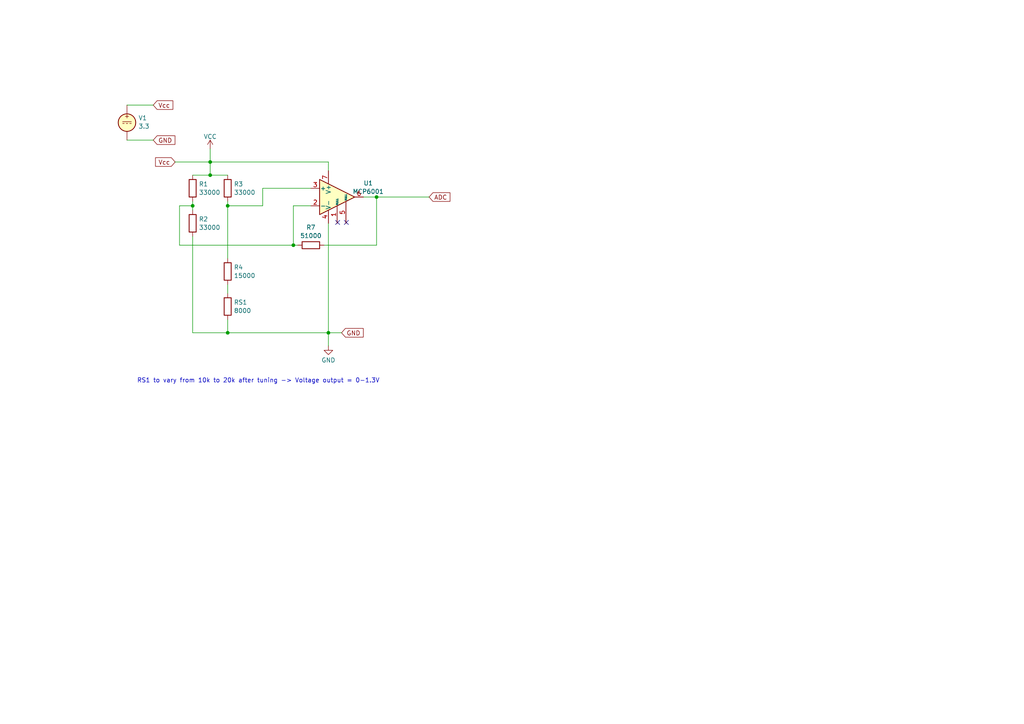
<source format=kicad_sch>
(kicad_sch (version 20231120) (generator "eeschema") (generator_version "8.0")
  (paper "A4")
  (lib_symbols
    (symbol "Amplifier_Operational:LM741" (pin_names (offset 0.127))
      (property "Reference" "U" (at 0 6.35 0))
      (property "Value" "LM741" (at 0 3.81 0))
      (symbol "LM741_0_1"
        (polyline (pts (xy -5.08 5.08) (xy 5.08 0) (xy -5.08 -5.08) (xy -5.08 5.08)) (stroke (width 0.254)) (fill (type background)))
      )
      (symbol "LM741_1_1"
        (pin input line (at 0 -7.62 90) (length 5.08) (name "NULL") (number "1"))
        (pin input line (at -7.62 -2.54 0) (length 2.54) (name "-") (number "2"))
        (pin input line (at -7.62 2.54 0) (length 2.54) (name "+") (number "3"))
        (pin power_in line (at -2.54 -7.62 90) (length 3.81) (name "V-") (number "4"))
        (pin input line (at 2.54 -7.62 90) (length 6.35) (name "NULL") (number "5"))
        (pin output line (at 7.62 0 180) (length 2.54) (name "~") (number "6"))
        (pin power_in line (at -2.54 7.62 270) (length 3.81) (name "V+") (number "7"))
        (pin no_connect line (at 0 2.54 270) (length 2.54) hide (name "NC") (number "8"))
      )
    )
    (symbol "Device:R" (pin_numbers hide) (pin_names (offset 0))
      (property "Reference" "R" (at 2.032 0 90))
      (property "Value" "R" (at 0 0 90))
      (symbol "R_0_1"
        (rectangle (start -1.016 -2.54) (end 1.016 2.54) (stroke (width 0.254)))
      )
      (symbol "R_1_1"
        (pin passive line (at 0 3.81 270) (length 1.27) (name "~") (number "1"))
        (pin passive line (at 0 -3.81 90) (length 1.27) (name "~") (number "2"))
      )
    )
    (symbol "Simulation_SPICE:VDC" (pin_numbers hide) (pin_names (offset 0.0254))
      (property "Reference" "V" (at 2.54 2.54 0))
      (property "Value" "1" (at 2.54 0 0))
      (symbol "VDC_0_0"
        (polyline (pts (xy -1.27 0.254) (xy 1.27 0.254)))
        (polyline (pts (xy -0.762 -0.254) (xy -1.27 -0.254)))
        (polyline (pts (xy 0.254 -0.254) (xy -0.254 -0.254)))
        (polyline (pts (xy 1.27 -0.254) (xy 0.762 -0.254)))
        (text "+" (at 0 1.905 0) (effects (font (size 1.27 1.27))))
      )
      (symbol "VDC_0_1"
        (circle (center 0 0) (radius 2.54) (stroke (width 0.254)) (fill (type background)))
      )
      (symbol "VDC_1_1"
        (pin passive line (at 0 5.08 270) (length 2.54) (name "~") (number "1"))
        (pin passive line (at 0 -5.08 90) (length 2.54) (name "~") (number "2"))
      )
    )
    (symbol "power:GND" (power) (pin_names (offset 0))
      (property "Value" "GND" (at 0 -3.81 0))
      (symbol "GND_0_1"
        (polyline (pts (xy 0 0) (xy 0 -1.27) (xy 1.27 -1.27) (xy 0 -2.54) (xy -1.27 -1.27) (xy 0 -1.27)))
      )
      (symbol "GND_1_1"
        (pin power_in line (at 0 0 270) (length 0) hide (name "GND") (number "1"))
      )
    )
    (symbol "power:VCC" (power) (pin_names (offset 0))
      (property "Value" "VCC" (at 0 3.81 0))
      (symbol "VCC_0_1"
        (polyline (pts (xy -0.762 1.27) (xy 0 2.54)))
        (polyline (pts (xy 0 0) (xy 0 2.54)))
        (polyline (pts (xy 0 2.54) (xy 0.762 1.27)))
      )
      (symbol "VCC_1_1"
        (pin power_in line (at 0 0 90) (length 0) hide (name "VCC") (number "1"))
      )
    )
  )
  (junction (at 66.04 96.52))
  (junction (at 85.09 71.12))
  (junction (at 55.88 59.69))
  (junction (at 109.22 57.15))
  (junction (at 60.96 46.99))
  (junction (at 66.04 59.69))
  (junction (at 60.96 50.8))
  (junction (at 95.25 96.52))
  (no_connect (at 97.917 64.516))
  (no_connect (at 100.457 64.516))
  (wire (pts (xy 36.83 40.64) (xy 44.45 40.64)))
  (wire (pts (xy 76.2 59.69) (xy 76.2 54.61)))
  (wire (pts (xy 55.88 68.58) (xy 55.88 96.52)))
  (wire (pts (xy 55.88 59.69) (xy 55.88 60.96)))
  (wire (pts (xy 52.07 71.12) (xy 85.09 71.12)))
  (wire (pts (xy 66.04 92.71) (xy 66.04 96.52)))
  (wire (pts (xy 109.22 71.12) (xy 109.22 57.15)))
  (wire (pts (xy 95.25 46.99) (xy 95.25 49.53)))
  (wire (pts (xy 66.04 96.52) (xy 95.25 96.52)))
  (wire (pts (xy 95.25 96.52) (xy 99.06 96.52)))
  (wire (pts (xy 55.88 58.42) (xy 55.88 59.69)))
  (wire (pts (xy 109.22 57.15) (xy 124.46 57.15)))
  (wire (pts (xy 93.98 71.12) (xy 109.22 71.12)))
  (wire (pts (xy 55.88 96.52) (xy 66.04 96.52)))
  (wire (pts (xy 95.25 64.77) (xy 95.25 96.52)))
  (wire (pts (xy 60.96 46.99) (xy 60.96 50.8)))
  (wire (pts (xy 60.96 46.99) (xy 95.25 46.99)))
  (wire (pts (xy 50.8 46.99) (xy 60.96 46.99)))
  (wire (pts (xy 85.09 71.12) (xy 85.09 59.69)))
  (wire (pts (xy 66.04 82.55) (xy 66.04 85.09)))
  (wire (pts (xy 85.09 71.12) (xy 86.36 71.12)))
  (wire (pts (xy 52.07 59.69) (xy 55.88 59.69)))
  (wire (pts (xy 60.96 50.8) (xy 66.04 50.8)))
  (wire (pts (xy 85.09 59.69) (xy 90.17 59.69)))
  (wire (pts (xy 105.41 57.15) (xy 109.22 57.15)))
  (wire (pts (xy 95.25 96.52) (xy 95.25 100.33)))
  (wire (pts (xy 60.96 43.18) (xy 60.96 46.99)))
  (wire (pts (xy 76.2 54.61) (xy 90.17 54.61)))
  (wire (pts (xy 36.83 30.48) (xy 44.45 30.48)))
  (wire (pts (xy 66.04 59.69) (xy 76.2 59.69)))
  (wire (pts (xy 66.04 59.69) (xy 66.04 74.93)))
  (wire (pts (xy 66.04 58.42) (xy 66.04 59.69)))
  (wire (pts (xy 52.07 71.12) (xy 52.07 59.69)))
  (wire (pts (xy 55.88 50.8) (xy 60.96 50.8)))
  (text "RS1 to vary from 10k to 20k after tuning -> Voltage output = 0-1.3V" (at 74.93 110.49 0) (effects (font (size 1.27 1.27))))
  (global_label "Vcc" (shape input) (at 50.8 46.99 180) (property "Intersheetrefs" "${INTERSHEET_REFS}" (effects (hide yes))))
  (global_label "GND" (shape input) (at 99.06 96.52 0) (property "Intersheetrefs" "${INTERSHEET_REFS}" (effects (hide yes))))
  (global_label "GND" (shape input) (at 44.45 40.64 0) (property "Intersheetrefs" "${INTERSHEET_REFS}" (effects (hide yes))))
  (global_label "ADC" (shape input) (at 124.46 57.15 0) (property "Intersheetrefs" "${INTERSHEET_REFS}" (effects (hide yes))))
  (global_label "Vcc" (shape input) (at 44.45 30.48 0) (property "Intersheetrefs" "${INTERSHEET_REFS}" (effects (hide yes))))
  (symbol (lib_id "Simulation_SPICE:VDC") (at 36.83 35.56 0) (unit 1)
    (property "Reference" "V1" (at 40.132 34.218 0) (effects (justify left)))
    (property "Value" "3.3" (at 40.132 36.6423 0) (effects (justify left)))
    (property "Sim.Pins" "1=+ 2=-" (effects (hide yes)))
    (property "Sim.Type" "DC" (effects (hide yes)))
    (property "Sim.Device" "V" (effects (hide yes)))
  )
  (symbol (lib_id "Amplifier_Operational:LM741") (at 97.79 57.15 0) (unit 1)
    (property "Reference" "U1" (at 106.7972 53.1328 0))
    (property "Value" "MCP6001" (at 106.7972 55.557 0))
    (property "Datasheet" "http://www.ti.com/lit/ds/symlink/lm741.pdf" (effects (hide yes)))
    (property "Sim.Library" "MCP6001.lib" (effects (hide yes)))
    (property "Sim.Name" "MCP6001" (effects (hide yes)))
    (property "Sim.Device" "SUBCKT" (effects (hide yes)))
    (property "Sim.Pins" "2=2 3=1 4=4 6=5 7=3" (effects (hide yes)))
  )
  (symbol (lib_id "Device:R") (at 66.04 78.74 180) (unit 1)
    (property "Reference" "R4" (at 67.818 77.5278 0) (effects (justify right)))
    (property "Value" "15000" (at 67.818 79.9521 0) (effects (justify right)))
  )
  (symbol (lib_id "power:VCC") (at 60.96 43.18 0) (unit 1)
    (property "Reference" "#PWR01" (effects (hide yes)))
    (property "Value" "VCC" (at 60.96 39.624 0))
  )
  (symbol (lib_id "Device:R") (at 90.17 71.12 90) (unit 1)
    (property "Reference" "R7" (at 90.17 65.9595 90))
    (property "Value" "51000" (at 90.17 68.3838 90))
  )
  (symbol (lib_id "Device:R") (at 55.88 54.61 0) (unit 1)
    (property "Reference" "R1" (at 57.658 53.3978 0) (effects (justify left)))
    (property "Value" "33000" (at 57.658 55.8221 0) (effects (justify left)))
  )
  (symbol (lib_id "Device:R") (at 66.04 88.9 180) (unit 1)
    (property "Reference" "RS1" (at 67.818 87.6878 0) (effects (justify right)))
    (property "Value" "8000" (at 67.818 90.1121 0) (effects (justify right)))
  )
  (symbol (lib_id "power:GND") (at 95.25 100.33 0) (unit 1)
    (property "Reference" "#PWR02" (effects (hide yes)))
    (property "Value" "GND" (at 95.25 104.4631 0))
  )
  (symbol (lib_id "Device:R") (at 55.88 64.77 0) (unit 1)
    (property "Reference" "R2" (at 57.658 63.5578 0) (effects (justify left)))
    (property "Value" "33000" (at 57.658 65.9821 0) (effects (justify left)))
  )
  (symbol (lib_id "Device:R") (at 66.04 54.61 0) (unit 1)
    (property "Reference" "R3" (at 67.818 53.3978 0) (effects (justify left)))
    (property "Value" "33000" (at 67.818 55.8221 0) (effects (justify left)))
    (property "Sim.Device" "R" (effects (hide yes)))
    (property "Sim.Pins" "1=+ 2=-" (effects (hide yes)))
  )
)
</source>
